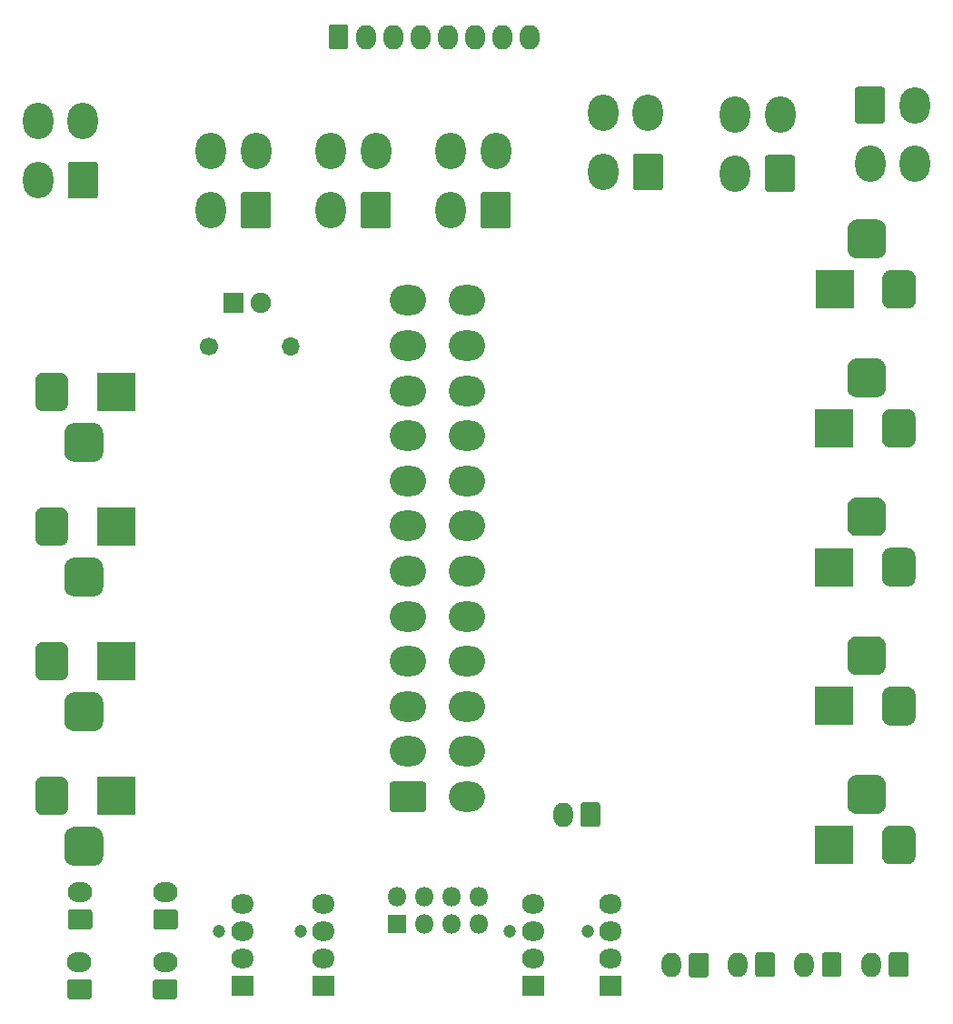
<source format=gbr>
%TF.GenerationSoftware,KiCad,Pcbnew,(5.1.5-0-10_14)*%
%TF.CreationDate,2021-10-24T14:27:30+10:00*%
%TF.ProjectId,Power Distro PCB V2,506f7765-7220-4446-9973-74726f205043,rev?*%
%TF.SameCoordinates,Original*%
%TF.FileFunction,Soldermask,Top*%
%TF.FilePolarity,Negative*%
%FSLAX46Y46*%
G04 Gerber Fmt 4.6, Leading zero omitted, Abs format (unit mm)*
G04 Created by KiCad (PCBNEW (5.1.5-0-10_14)) date 2021-10-24 14:27:30*
%MOMM*%
%LPD*%
G04 APERTURE LIST*
%ADD10O,2.800000X3.400000*%
%ADD11C,0.100000*%
%ADD12O,1.840000X2.300000*%
%ADD13O,1.700000X1.700000*%
%ADD14C,1.700000*%
%ADD15C,1.900000*%
%ADD16R,1.900000X1.900000*%
%ADD17R,3.600000X3.600000*%
%ADD18O,1.840000X2.290000*%
%ADD19O,2.290000X1.840000*%
%ADD20O,1.800000X1.800000*%
%ADD21R,1.800000X1.800000*%
%ADD22C,1.200000*%
%ADD23O,2.130000X1.830000*%
%ADD24R,2.130000X1.830000*%
%ADD25O,3.400000X2.800000*%
G04 APERTURE END LIST*
D10*
%TO.C,J35*%
X88490000Y-15441000D03*
X84290000Y-15441000D03*
X88490000Y-9941000D03*
D11*
G36*
X85456152Y-8242248D02*
G01*
X85481319Y-8245982D01*
X85505999Y-8252164D01*
X85529955Y-8260735D01*
X85552954Y-8271613D01*
X85574777Y-8284693D01*
X85595213Y-8299849D01*
X85614065Y-8316935D01*
X85631151Y-8335787D01*
X85646307Y-8356223D01*
X85659387Y-8378046D01*
X85670265Y-8401045D01*
X85678836Y-8425001D01*
X85685018Y-8449681D01*
X85688752Y-8474848D01*
X85690000Y-8500260D01*
X85690000Y-11381740D01*
X85688752Y-11407152D01*
X85685018Y-11432319D01*
X85678836Y-11456999D01*
X85670265Y-11480955D01*
X85659387Y-11503954D01*
X85646307Y-11525777D01*
X85631151Y-11546213D01*
X85614065Y-11565065D01*
X85595213Y-11582151D01*
X85574777Y-11597307D01*
X85552954Y-11610387D01*
X85529955Y-11621265D01*
X85505999Y-11629836D01*
X85481319Y-11636018D01*
X85456152Y-11639752D01*
X85430740Y-11641000D01*
X83149260Y-11641000D01*
X83123848Y-11639752D01*
X83098681Y-11636018D01*
X83074001Y-11629836D01*
X83050045Y-11621265D01*
X83027046Y-11610387D01*
X83005223Y-11597307D01*
X82984787Y-11582151D01*
X82965935Y-11565065D01*
X82948849Y-11546213D01*
X82933693Y-11525777D01*
X82920613Y-11503954D01*
X82909735Y-11480955D01*
X82901164Y-11456999D01*
X82894982Y-11432319D01*
X82891248Y-11407152D01*
X82890000Y-11381740D01*
X82890000Y-8500260D01*
X82891248Y-8474848D01*
X82894982Y-8449681D01*
X82901164Y-8425001D01*
X82909735Y-8401045D01*
X82920613Y-8378046D01*
X82933693Y-8356223D01*
X82948849Y-8335787D01*
X82965935Y-8316935D01*
X82984787Y-8299849D01*
X83005223Y-8284693D01*
X83027046Y-8271613D01*
X83050045Y-8260735D01*
X83074001Y-8252164D01*
X83098681Y-8245982D01*
X83123848Y-8242248D01*
X83149260Y-8241000D01*
X85430740Y-8241000D01*
X85456152Y-8242248D01*
G37*
%TD*%
D12*
%TO.C,J7*%
X52540000Y-3591000D03*
X50000000Y-3591000D03*
X47460000Y-3591000D03*
X44920000Y-3591000D03*
X42380000Y-3591000D03*
X39840000Y-3591000D03*
X37300000Y-3591000D03*
D11*
G36*
X35441545Y-2442273D02*
G01*
X35467208Y-2446080D01*
X35492375Y-2452384D01*
X35516802Y-2461124D01*
X35540255Y-2472216D01*
X35562507Y-2485554D01*
X35583346Y-2501009D01*
X35602569Y-2518431D01*
X35619991Y-2537654D01*
X35635446Y-2558493D01*
X35648784Y-2580745D01*
X35659876Y-2604198D01*
X35668616Y-2628625D01*
X35674920Y-2653792D01*
X35678727Y-2679455D01*
X35680000Y-2705367D01*
X35680000Y-4476633D01*
X35678727Y-4502545D01*
X35674920Y-4528208D01*
X35668616Y-4553375D01*
X35659876Y-4577802D01*
X35648784Y-4601255D01*
X35635446Y-4623507D01*
X35619991Y-4644346D01*
X35602569Y-4663569D01*
X35583346Y-4680991D01*
X35562507Y-4696446D01*
X35540255Y-4709784D01*
X35516802Y-4720876D01*
X35492375Y-4729616D01*
X35467208Y-4735920D01*
X35441545Y-4739727D01*
X35415633Y-4741000D01*
X34104367Y-4741000D01*
X34078455Y-4739727D01*
X34052792Y-4735920D01*
X34027625Y-4729616D01*
X34003198Y-4720876D01*
X33979745Y-4709784D01*
X33957493Y-4696446D01*
X33936654Y-4680991D01*
X33917431Y-4663569D01*
X33900009Y-4644346D01*
X33884554Y-4623507D01*
X33871216Y-4601255D01*
X33860124Y-4577802D01*
X33851384Y-4553375D01*
X33845080Y-4528208D01*
X33841273Y-4502545D01*
X33840000Y-4476633D01*
X33840000Y-2705367D01*
X33841273Y-2679455D01*
X33845080Y-2653792D01*
X33851384Y-2628625D01*
X33860124Y-2604198D01*
X33871216Y-2580745D01*
X33884554Y-2558493D01*
X33900009Y-2537654D01*
X33917431Y-2518431D01*
X33936654Y-2501009D01*
X33957493Y-2485554D01*
X33979745Y-2472216D01*
X34003198Y-2461124D01*
X34027625Y-2452384D01*
X34052792Y-2446080D01*
X34078455Y-2442273D01*
X34104367Y-2441000D01*
X35415633Y-2441000D01*
X35441545Y-2442273D01*
G37*
%TD*%
D10*
%TO.C,J2*%
X22860000Y-14234000D03*
X27060000Y-14234000D03*
X22860000Y-19734000D03*
D11*
G36*
X28226152Y-18035248D02*
G01*
X28251319Y-18038982D01*
X28275999Y-18045164D01*
X28299955Y-18053735D01*
X28322954Y-18064613D01*
X28344777Y-18077693D01*
X28365213Y-18092849D01*
X28384065Y-18109935D01*
X28401151Y-18128787D01*
X28416307Y-18149223D01*
X28429387Y-18171046D01*
X28440265Y-18194045D01*
X28448836Y-18218001D01*
X28455018Y-18242681D01*
X28458752Y-18267848D01*
X28460000Y-18293260D01*
X28460000Y-21174740D01*
X28458752Y-21200152D01*
X28455018Y-21225319D01*
X28448836Y-21249999D01*
X28440265Y-21273955D01*
X28429387Y-21296954D01*
X28416307Y-21318777D01*
X28401151Y-21339213D01*
X28384065Y-21358065D01*
X28365213Y-21375151D01*
X28344777Y-21390307D01*
X28322954Y-21403387D01*
X28299955Y-21414265D01*
X28275999Y-21422836D01*
X28251319Y-21429018D01*
X28226152Y-21432752D01*
X28200740Y-21434000D01*
X25919260Y-21434000D01*
X25893848Y-21432752D01*
X25868681Y-21429018D01*
X25844001Y-21422836D01*
X25820045Y-21414265D01*
X25797046Y-21403387D01*
X25775223Y-21390307D01*
X25754787Y-21375151D01*
X25735935Y-21358065D01*
X25718849Y-21339213D01*
X25703693Y-21318777D01*
X25690613Y-21296954D01*
X25679735Y-21273955D01*
X25671164Y-21249999D01*
X25664982Y-21225319D01*
X25661248Y-21200152D01*
X25660000Y-21174740D01*
X25660000Y-18293260D01*
X25661248Y-18267848D01*
X25664982Y-18242681D01*
X25671164Y-18218001D01*
X25679735Y-18194045D01*
X25690613Y-18171046D01*
X25703693Y-18149223D01*
X25718849Y-18128787D01*
X25735935Y-18109935D01*
X25754787Y-18092849D01*
X25775223Y-18077693D01*
X25797046Y-18064613D01*
X25820045Y-18053735D01*
X25844001Y-18045164D01*
X25868681Y-18038982D01*
X25893848Y-18035248D01*
X25919260Y-18034000D01*
X28200740Y-18034000D01*
X28226152Y-18035248D01*
G37*
%TD*%
%TO.C,J1*%
G36*
X12093152Y-15241248D02*
G01*
X12118319Y-15244982D01*
X12142999Y-15251164D01*
X12166955Y-15259735D01*
X12189954Y-15270613D01*
X12211777Y-15283693D01*
X12232213Y-15298849D01*
X12251065Y-15315935D01*
X12268151Y-15334787D01*
X12283307Y-15355223D01*
X12296387Y-15377046D01*
X12307265Y-15400045D01*
X12315836Y-15424001D01*
X12322018Y-15448681D01*
X12325752Y-15473848D01*
X12327000Y-15499260D01*
X12327000Y-18380740D01*
X12325752Y-18406152D01*
X12322018Y-18431319D01*
X12315836Y-18455999D01*
X12307265Y-18479955D01*
X12296387Y-18502954D01*
X12283307Y-18524777D01*
X12268151Y-18545213D01*
X12251065Y-18564065D01*
X12232213Y-18581151D01*
X12211777Y-18596307D01*
X12189954Y-18609387D01*
X12166955Y-18620265D01*
X12142999Y-18628836D01*
X12118319Y-18635018D01*
X12093152Y-18638752D01*
X12067740Y-18640000D01*
X9786260Y-18640000D01*
X9760848Y-18638752D01*
X9735681Y-18635018D01*
X9711001Y-18628836D01*
X9687045Y-18620265D01*
X9664046Y-18609387D01*
X9642223Y-18596307D01*
X9621787Y-18581151D01*
X9602935Y-18564065D01*
X9585849Y-18545213D01*
X9570693Y-18524777D01*
X9557613Y-18502954D01*
X9546735Y-18479955D01*
X9538164Y-18455999D01*
X9531982Y-18431319D01*
X9528248Y-18406152D01*
X9527000Y-18380740D01*
X9527000Y-15499260D01*
X9528248Y-15473848D01*
X9531982Y-15448681D01*
X9538164Y-15424001D01*
X9546735Y-15400045D01*
X9557613Y-15377046D01*
X9570693Y-15355223D01*
X9585849Y-15334787D01*
X9602935Y-15315935D01*
X9621787Y-15298849D01*
X9642223Y-15283693D01*
X9664046Y-15270613D01*
X9687045Y-15259735D01*
X9711001Y-15251164D01*
X9735681Y-15244982D01*
X9760848Y-15241248D01*
X9786260Y-15240000D01*
X12067740Y-15240000D01*
X12093152Y-15241248D01*
G37*
D10*
X6727000Y-16940000D03*
X10927000Y-11440000D03*
X6727000Y-11440000D03*
%TD*%
D11*
%TO.C,J6*%
G36*
X77074152Y-14592248D02*
G01*
X77099319Y-14595982D01*
X77123999Y-14602164D01*
X77147955Y-14610735D01*
X77170954Y-14621613D01*
X77192777Y-14634693D01*
X77213213Y-14649849D01*
X77232065Y-14666935D01*
X77249151Y-14685787D01*
X77264307Y-14706223D01*
X77277387Y-14728046D01*
X77288265Y-14751045D01*
X77296836Y-14775001D01*
X77303018Y-14799681D01*
X77306752Y-14824848D01*
X77308000Y-14850260D01*
X77308000Y-17731740D01*
X77306752Y-17757152D01*
X77303018Y-17782319D01*
X77296836Y-17806999D01*
X77288265Y-17830955D01*
X77277387Y-17853954D01*
X77264307Y-17875777D01*
X77249151Y-17896213D01*
X77232065Y-17915065D01*
X77213213Y-17932151D01*
X77192777Y-17947307D01*
X77170954Y-17960387D01*
X77147955Y-17971265D01*
X77123999Y-17979836D01*
X77099319Y-17986018D01*
X77074152Y-17989752D01*
X77048740Y-17991000D01*
X74767260Y-17991000D01*
X74741848Y-17989752D01*
X74716681Y-17986018D01*
X74692001Y-17979836D01*
X74668045Y-17971265D01*
X74645046Y-17960387D01*
X74623223Y-17947307D01*
X74602787Y-17932151D01*
X74583935Y-17915065D01*
X74566849Y-17896213D01*
X74551693Y-17875777D01*
X74538613Y-17853954D01*
X74527735Y-17830955D01*
X74519164Y-17806999D01*
X74512982Y-17782319D01*
X74509248Y-17757152D01*
X74508000Y-17731740D01*
X74508000Y-14850260D01*
X74509248Y-14824848D01*
X74512982Y-14799681D01*
X74519164Y-14775001D01*
X74527735Y-14751045D01*
X74538613Y-14728046D01*
X74551693Y-14706223D01*
X74566849Y-14685787D01*
X74583935Y-14666935D01*
X74602787Y-14649849D01*
X74623223Y-14634693D01*
X74645046Y-14621613D01*
X74668045Y-14610735D01*
X74692001Y-14602164D01*
X74716681Y-14595982D01*
X74741848Y-14592248D01*
X74767260Y-14591000D01*
X77048740Y-14591000D01*
X77074152Y-14592248D01*
G37*
D10*
X71708000Y-16291000D03*
X75908000Y-10791000D03*
X71708000Y-10791000D03*
%TD*%
D11*
%TO.C,J5*%
G36*
X64755152Y-14465248D02*
G01*
X64780319Y-14468982D01*
X64804999Y-14475164D01*
X64828955Y-14483735D01*
X64851954Y-14494613D01*
X64873777Y-14507693D01*
X64894213Y-14522849D01*
X64913065Y-14539935D01*
X64930151Y-14558787D01*
X64945307Y-14579223D01*
X64958387Y-14601046D01*
X64969265Y-14624045D01*
X64977836Y-14648001D01*
X64984018Y-14672681D01*
X64987752Y-14697848D01*
X64989000Y-14723260D01*
X64989000Y-17604740D01*
X64987752Y-17630152D01*
X64984018Y-17655319D01*
X64977836Y-17679999D01*
X64969265Y-17703955D01*
X64958387Y-17726954D01*
X64945307Y-17748777D01*
X64930151Y-17769213D01*
X64913065Y-17788065D01*
X64894213Y-17805151D01*
X64873777Y-17820307D01*
X64851954Y-17833387D01*
X64828955Y-17844265D01*
X64804999Y-17852836D01*
X64780319Y-17859018D01*
X64755152Y-17862752D01*
X64729740Y-17864000D01*
X62448260Y-17864000D01*
X62422848Y-17862752D01*
X62397681Y-17859018D01*
X62373001Y-17852836D01*
X62349045Y-17844265D01*
X62326046Y-17833387D01*
X62304223Y-17820307D01*
X62283787Y-17805151D01*
X62264935Y-17788065D01*
X62247849Y-17769213D01*
X62232693Y-17748777D01*
X62219613Y-17726954D01*
X62208735Y-17703955D01*
X62200164Y-17679999D01*
X62193982Y-17655319D01*
X62190248Y-17630152D01*
X62189000Y-17604740D01*
X62189000Y-14723260D01*
X62190248Y-14697848D01*
X62193982Y-14672681D01*
X62200164Y-14648001D01*
X62208735Y-14624045D01*
X62219613Y-14601046D01*
X62232693Y-14579223D01*
X62247849Y-14558787D01*
X62264935Y-14539935D01*
X62283787Y-14522849D01*
X62304223Y-14507693D01*
X62326046Y-14494613D01*
X62349045Y-14483735D01*
X62373001Y-14475164D01*
X62397681Y-14468982D01*
X62422848Y-14465248D01*
X62448260Y-14464000D01*
X64729740Y-14464000D01*
X64755152Y-14465248D01*
G37*
D10*
X59389000Y-16164000D03*
X63589000Y-10664000D03*
X59389000Y-10664000D03*
%TD*%
D11*
%TO.C,J4*%
G36*
X50586152Y-18035248D02*
G01*
X50611319Y-18038982D01*
X50635999Y-18045164D01*
X50659955Y-18053735D01*
X50682954Y-18064613D01*
X50704777Y-18077693D01*
X50725213Y-18092849D01*
X50744065Y-18109935D01*
X50761151Y-18128787D01*
X50776307Y-18149223D01*
X50789387Y-18171046D01*
X50800265Y-18194045D01*
X50808836Y-18218001D01*
X50815018Y-18242681D01*
X50818752Y-18267848D01*
X50820000Y-18293260D01*
X50820000Y-21174740D01*
X50818752Y-21200152D01*
X50815018Y-21225319D01*
X50808836Y-21249999D01*
X50800265Y-21273955D01*
X50789387Y-21296954D01*
X50776307Y-21318777D01*
X50761151Y-21339213D01*
X50744065Y-21358065D01*
X50725213Y-21375151D01*
X50704777Y-21390307D01*
X50682954Y-21403387D01*
X50659955Y-21414265D01*
X50635999Y-21422836D01*
X50611319Y-21429018D01*
X50586152Y-21432752D01*
X50560740Y-21434000D01*
X48279260Y-21434000D01*
X48253848Y-21432752D01*
X48228681Y-21429018D01*
X48204001Y-21422836D01*
X48180045Y-21414265D01*
X48157046Y-21403387D01*
X48135223Y-21390307D01*
X48114787Y-21375151D01*
X48095935Y-21358065D01*
X48078849Y-21339213D01*
X48063693Y-21318777D01*
X48050613Y-21296954D01*
X48039735Y-21273955D01*
X48031164Y-21249999D01*
X48024982Y-21225319D01*
X48021248Y-21200152D01*
X48020000Y-21174740D01*
X48020000Y-18293260D01*
X48021248Y-18267848D01*
X48024982Y-18242681D01*
X48031164Y-18218001D01*
X48039735Y-18194045D01*
X48050613Y-18171046D01*
X48063693Y-18149223D01*
X48078849Y-18128787D01*
X48095935Y-18109935D01*
X48114787Y-18092849D01*
X48135223Y-18077693D01*
X48157046Y-18064613D01*
X48180045Y-18053735D01*
X48204001Y-18045164D01*
X48228681Y-18038982D01*
X48253848Y-18035248D01*
X48279260Y-18034000D01*
X50560740Y-18034000D01*
X50586152Y-18035248D01*
G37*
D10*
X45220000Y-19734000D03*
X49420000Y-14234000D03*
X45220000Y-14234000D03*
%TD*%
D11*
%TO.C,J3*%
G36*
X39406152Y-18035248D02*
G01*
X39431319Y-18038982D01*
X39455999Y-18045164D01*
X39479955Y-18053735D01*
X39502954Y-18064613D01*
X39524777Y-18077693D01*
X39545213Y-18092849D01*
X39564065Y-18109935D01*
X39581151Y-18128787D01*
X39596307Y-18149223D01*
X39609387Y-18171046D01*
X39620265Y-18194045D01*
X39628836Y-18218001D01*
X39635018Y-18242681D01*
X39638752Y-18267848D01*
X39640000Y-18293260D01*
X39640000Y-21174740D01*
X39638752Y-21200152D01*
X39635018Y-21225319D01*
X39628836Y-21249999D01*
X39620265Y-21273955D01*
X39609387Y-21296954D01*
X39596307Y-21318777D01*
X39581151Y-21339213D01*
X39564065Y-21358065D01*
X39545213Y-21375151D01*
X39524777Y-21390307D01*
X39502954Y-21403387D01*
X39479955Y-21414265D01*
X39455999Y-21422836D01*
X39431319Y-21429018D01*
X39406152Y-21432752D01*
X39380740Y-21434000D01*
X37099260Y-21434000D01*
X37073848Y-21432752D01*
X37048681Y-21429018D01*
X37024001Y-21422836D01*
X37000045Y-21414265D01*
X36977046Y-21403387D01*
X36955223Y-21390307D01*
X36934787Y-21375151D01*
X36915935Y-21358065D01*
X36898849Y-21339213D01*
X36883693Y-21318777D01*
X36870613Y-21296954D01*
X36859735Y-21273955D01*
X36851164Y-21249999D01*
X36844982Y-21225319D01*
X36841248Y-21200152D01*
X36840000Y-21174740D01*
X36840000Y-18293260D01*
X36841248Y-18267848D01*
X36844982Y-18242681D01*
X36851164Y-18218001D01*
X36859735Y-18194045D01*
X36870613Y-18171046D01*
X36883693Y-18149223D01*
X36898849Y-18128787D01*
X36915935Y-18109935D01*
X36934787Y-18092849D01*
X36955223Y-18077693D01*
X36977046Y-18064613D01*
X37000045Y-18053735D01*
X37024001Y-18045164D01*
X37048681Y-18038982D01*
X37073848Y-18035248D01*
X37099260Y-18034000D01*
X39380740Y-18034000D01*
X39406152Y-18035248D01*
G37*
D10*
X34040000Y-19734000D03*
X38240000Y-14234000D03*
X34040000Y-14234000D03*
%TD*%
D13*
%TO.C,R1*%
X30301000Y-32394000D03*
D14*
X22681000Y-32394000D03*
%TD*%
D15*
%TO.C,D1*%
X27501000Y-28394000D03*
D16*
X24961000Y-28394000D03*
%TD*%
D11*
%TO.C,J23*%
G36*
X12011815Y-52075934D02*
G01*
X12099181Y-52088893D01*
X12184856Y-52110354D01*
X12268015Y-52140108D01*
X12347857Y-52177871D01*
X12423613Y-52223277D01*
X12494554Y-52275891D01*
X12559996Y-52335204D01*
X12619309Y-52400646D01*
X12671923Y-52471587D01*
X12717329Y-52547343D01*
X12755092Y-52627185D01*
X12784846Y-52710344D01*
X12806307Y-52796019D01*
X12819266Y-52883385D01*
X12823600Y-52971600D01*
X12823600Y-54771600D01*
X12819266Y-54859815D01*
X12806307Y-54947181D01*
X12784846Y-55032856D01*
X12755092Y-55116015D01*
X12717329Y-55195857D01*
X12671923Y-55271613D01*
X12619309Y-55342554D01*
X12559996Y-55407996D01*
X12494554Y-55467309D01*
X12423613Y-55519923D01*
X12347857Y-55565329D01*
X12268015Y-55603092D01*
X12184856Y-55632846D01*
X12099181Y-55654307D01*
X12011815Y-55667266D01*
X11923600Y-55671600D01*
X10123600Y-55671600D01*
X10035385Y-55667266D01*
X9948019Y-55654307D01*
X9862344Y-55632846D01*
X9779185Y-55603092D01*
X9699343Y-55565329D01*
X9623587Y-55519923D01*
X9552646Y-55467309D01*
X9487204Y-55407996D01*
X9427891Y-55342554D01*
X9375277Y-55271613D01*
X9329871Y-55195857D01*
X9292108Y-55116015D01*
X9262354Y-55032856D01*
X9240893Y-54947181D01*
X9227934Y-54859815D01*
X9223600Y-54771600D01*
X9223600Y-52971600D01*
X9227934Y-52883385D01*
X9240893Y-52796019D01*
X9262354Y-52710344D01*
X9292108Y-52627185D01*
X9329871Y-52547343D01*
X9375277Y-52471587D01*
X9427891Y-52400646D01*
X9487204Y-52335204D01*
X9552646Y-52275891D01*
X9623587Y-52223277D01*
X9699343Y-52177871D01*
X9779185Y-52140108D01*
X9862344Y-52110354D01*
X9948019Y-52088893D01*
X10035385Y-52075934D01*
X10123600Y-52071600D01*
X11923600Y-52071600D01*
X12011815Y-52075934D01*
G37*
G36*
X8874563Y-47375332D02*
G01*
X8949795Y-47386491D01*
X9023571Y-47404971D01*
X9095180Y-47430593D01*
X9163932Y-47463111D01*
X9229167Y-47502211D01*
X9290255Y-47547517D01*
X9346608Y-47598592D01*
X9397683Y-47654945D01*
X9442989Y-47716033D01*
X9482089Y-47781268D01*
X9514607Y-47850020D01*
X9540229Y-47921629D01*
X9558709Y-47995405D01*
X9569868Y-48070637D01*
X9573600Y-48146600D01*
X9573600Y-50196600D01*
X9569868Y-50272563D01*
X9558709Y-50347795D01*
X9540229Y-50421571D01*
X9514607Y-50493180D01*
X9482089Y-50561932D01*
X9442989Y-50627167D01*
X9397683Y-50688255D01*
X9346608Y-50744608D01*
X9290255Y-50795683D01*
X9229167Y-50840989D01*
X9163932Y-50880089D01*
X9095180Y-50912607D01*
X9023571Y-50938229D01*
X8949795Y-50956709D01*
X8874563Y-50967868D01*
X8798600Y-50971600D01*
X7248600Y-50971600D01*
X7172637Y-50967868D01*
X7097405Y-50956709D01*
X7023629Y-50938229D01*
X6952020Y-50912607D01*
X6883268Y-50880089D01*
X6818033Y-50840989D01*
X6756945Y-50795683D01*
X6700592Y-50744608D01*
X6649517Y-50688255D01*
X6604211Y-50627167D01*
X6565111Y-50561932D01*
X6532593Y-50493180D01*
X6506971Y-50421571D01*
X6488491Y-50347795D01*
X6477332Y-50272563D01*
X6473600Y-50196600D01*
X6473600Y-48146600D01*
X6477332Y-48070637D01*
X6488491Y-47995405D01*
X6506971Y-47921629D01*
X6532593Y-47850020D01*
X6565111Y-47781268D01*
X6604211Y-47716033D01*
X6649517Y-47654945D01*
X6700592Y-47598592D01*
X6756945Y-47547517D01*
X6818033Y-47502211D01*
X6883268Y-47463111D01*
X6952020Y-47430593D01*
X7023629Y-47404971D01*
X7097405Y-47386491D01*
X7172637Y-47375332D01*
X7248600Y-47371600D01*
X8798600Y-47371600D01*
X8874563Y-47375332D01*
G37*
D17*
X14023600Y-49171600D03*
%TD*%
D11*
%TO.C,J25*%
G36*
X12011815Y-77147534D02*
G01*
X12099181Y-77160493D01*
X12184856Y-77181954D01*
X12268015Y-77211708D01*
X12347857Y-77249471D01*
X12423613Y-77294877D01*
X12494554Y-77347491D01*
X12559996Y-77406804D01*
X12619309Y-77472246D01*
X12671923Y-77543187D01*
X12717329Y-77618943D01*
X12755092Y-77698785D01*
X12784846Y-77781944D01*
X12806307Y-77867619D01*
X12819266Y-77954985D01*
X12823600Y-78043200D01*
X12823600Y-79843200D01*
X12819266Y-79931415D01*
X12806307Y-80018781D01*
X12784846Y-80104456D01*
X12755092Y-80187615D01*
X12717329Y-80267457D01*
X12671923Y-80343213D01*
X12619309Y-80414154D01*
X12559996Y-80479596D01*
X12494554Y-80538909D01*
X12423613Y-80591523D01*
X12347857Y-80636929D01*
X12268015Y-80674692D01*
X12184856Y-80704446D01*
X12099181Y-80725907D01*
X12011815Y-80738866D01*
X11923600Y-80743200D01*
X10123600Y-80743200D01*
X10035385Y-80738866D01*
X9948019Y-80725907D01*
X9862344Y-80704446D01*
X9779185Y-80674692D01*
X9699343Y-80636929D01*
X9623587Y-80591523D01*
X9552646Y-80538909D01*
X9487204Y-80479596D01*
X9427891Y-80414154D01*
X9375277Y-80343213D01*
X9329871Y-80267457D01*
X9292108Y-80187615D01*
X9262354Y-80104456D01*
X9240893Y-80018781D01*
X9227934Y-79931415D01*
X9223600Y-79843200D01*
X9223600Y-78043200D01*
X9227934Y-77954985D01*
X9240893Y-77867619D01*
X9262354Y-77781944D01*
X9292108Y-77698785D01*
X9329871Y-77618943D01*
X9375277Y-77543187D01*
X9427891Y-77472246D01*
X9487204Y-77406804D01*
X9552646Y-77347491D01*
X9623587Y-77294877D01*
X9699343Y-77249471D01*
X9779185Y-77211708D01*
X9862344Y-77181954D01*
X9948019Y-77160493D01*
X10035385Y-77147534D01*
X10123600Y-77143200D01*
X11923600Y-77143200D01*
X12011815Y-77147534D01*
G37*
G36*
X8874563Y-72446932D02*
G01*
X8949795Y-72458091D01*
X9023571Y-72476571D01*
X9095180Y-72502193D01*
X9163932Y-72534711D01*
X9229167Y-72573811D01*
X9290255Y-72619117D01*
X9346608Y-72670192D01*
X9397683Y-72726545D01*
X9442989Y-72787633D01*
X9482089Y-72852868D01*
X9514607Y-72921620D01*
X9540229Y-72993229D01*
X9558709Y-73067005D01*
X9569868Y-73142237D01*
X9573600Y-73218200D01*
X9573600Y-75268200D01*
X9569868Y-75344163D01*
X9558709Y-75419395D01*
X9540229Y-75493171D01*
X9514607Y-75564780D01*
X9482089Y-75633532D01*
X9442989Y-75698767D01*
X9397683Y-75759855D01*
X9346608Y-75816208D01*
X9290255Y-75867283D01*
X9229167Y-75912589D01*
X9163932Y-75951689D01*
X9095180Y-75984207D01*
X9023571Y-76009829D01*
X8949795Y-76028309D01*
X8874563Y-76039468D01*
X8798600Y-76043200D01*
X7248600Y-76043200D01*
X7172637Y-76039468D01*
X7097405Y-76028309D01*
X7023629Y-76009829D01*
X6952020Y-75984207D01*
X6883268Y-75951689D01*
X6818033Y-75912589D01*
X6756945Y-75867283D01*
X6700592Y-75816208D01*
X6649517Y-75759855D01*
X6604211Y-75698767D01*
X6565111Y-75633532D01*
X6532593Y-75564780D01*
X6506971Y-75493171D01*
X6488491Y-75419395D01*
X6477332Y-75344163D01*
X6473600Y-75268200D01*
X6473600Y-73218200D01*
X6477332Y-73142237D01*
X6488491Y-73067005D01*
X6506971Y-72993229D01*
X6532593Y-72921620D01*
X6565111Y-72852868D01*
X6604211Y-72787633D01*
X6649517Y-72726545D01*
X6700592Y-72670192D01*
X6756945Y-72619117D01*
X6818033Y-72573811D01*
X6883268Y-72534711D01*
X6952020Y-72502193D01*
X7023629Y-72476571D01*
X7097405Y-72458091D01*
X7172637Y-72446932D01*
X7248600Y-72443200D01*
X8798600Y-72443200D01*
X8874563Y-72446932D01*
G37*
D17*
X14023600Y-74243200D03*
%TD*%
D11*
%TO.C,J24*%
G36*
X12011815Y-64611734D02*
G01*
X12099181Y-64624693D01*
X12184856Y-64646154D01*
X12268015Y-64675908D01*
X12347857Y-64713671D01*
X12423613Y-64759077D01*
X12494554Y-64811691D01*
X12559996Y-64871004D01*
X12619309Y-64936446D01*
X12671923Y-65007387D01*
X12717329Y-65083143D01*
X12755092Y-65162985D01*
X12784846Y-65246144D01*
X12806307Y-65331819D01*
X12819266Y-65419185D01*
X12823600Y-65507400D01*
X12823600Y-67307400D01*
X12819266Y-67395615D01*
X12806307Y-67482981D01*
X12784846Y-67568656D01*
X12755092Y-67651815D01*
X12717329Y-67731657D01*
X12671923Y-67807413D01*
X12619309Y-67878354D01*
X12559996Y-67943796D01*
X12494554Y-68003109D01*
X12423613Y-68055723D01*
X12347857Y-68101129D01*
X12268015Y-68138892D01*
X12184856Y-68168646D01*
X12099181Y-68190107D01*
X12011815Y-68203066D01*
X11923600Y-68207400D01*
X10123600Y-68207400D01*
X10035385Y-68203066D01*
X9948019Y-68190107D01*
X9862344Y-68168646D01*
X9779185Y-68138892D01*
X9699343Y-68101129D01*
X9623587Y-68055723D01*
X9552646Y-68003109D01*
X9487204Y-67943796D01*
X9427891Y-67878354D01*
X9375277Y-67807413D01*
X9329871Y-67731657D01*
X9292108Y-67651815D01*
X9262354Y-67568656D01*
X9240893Y-67482981D01*
X9227934Y-67395615D01*
X9223600Y-67307400D01*
X9223600Y-65507400D01*
X9227934Y-65419185D01*
X9240893Y-65331819D01*
X9262354Y-65246144D01*
X9292108Y-65162985D01*
X9329871Y-65083143D01*
X9375277Y-65007387D01*
X9427891Y-64936446D01*
X9487204Y-64871004D01*
X9552646Y-64811691D01*
X9623587Y-64759077D01*
X9699343Y-64713671D01*
X9779185Y-64675908D01*
X9862344Y-64646154D01*
X9948019Y-64624693D01*
X10035385Y-64611734D01*
X10123600Y-64607400D01*
X11923600Y-64607400D01*
X12011815Y-64611734D01*
G37*
G36*
X8874563Y-59911132D02*
G01*
X8949795Y-59922291D01*
X9023571Y-59940771D01*
X9095180Y-59966393D01*
X9163932Y-59998911D01*
X9229167Y-60038011D01*
X9290255Y-60083317D01*
X9346608Y-60134392D01*
X9397683Y-60190745D01*
X9442989Y-60251833D01*
X9482089Y-60317068D01*
X9514607Y-60385820D01*
X9540229Y-60457429D01*
X9558709Y-60531205D01*
X9569868Y-60606437D01*
X9573600Y-60682400D01*
X9573600Y-62732400D01*
X9569868Y-62808363D01*
X9558709Y-62883595D01*
X9540229Y-62957371D01*
X9514607Y-63028980D01*
X9482089Y-63097732D01*
X9442989Y-63162967D01*
X9397683Y-63224055D01*
X9346608Y-63280408D01*
X9290255Y-63331483D01*
X9229167Y-63376789D01*
X9163932Y-63415889D01*
X9095180Y-63448407D01*
X9023571Y-63474029D01*
X8949795Y-63492509D01*
X8874563Y-63503668D01*
X8798600Y-63507400D01*
X7248600Y-63507400D01*
X7172637Y-63503668D01*
X7097405Y-63492509D01*
X7023629Y-63474029D01*
X6952020Y-63448407D01*
X6883268Y-63415889D01*
X6818033Y-63376789D01*
X6756945Y-63331483D01*
X6700592Y-63280408D01*
X6649517Y-63224055D01*
X6604211Y-63162967D01*
X6565111Y-63097732D01*
X6532593Y-63028980D01*
X6506971Y-62957371D01*
X6488491Y-62883595D01*
X6477332Y-62808363D01*
X6473600Y-62732400D01*
X6473600Y-60682400D01*
X6477332Y-60606437D01*
X6488491Y-60531205D01*
X6506971Y-60457429D01*
X6532593Y-60385820D01*
X6565111Y-60317068D01*
X6604211Y-60251833D01*
X6649517Y-60190745D01*
X6700592Y-60134392D01*
X6756945Y-60083317D01*
X6818033Y-60038011D01*
X6883268Y-59998911D01*
X6952020Y-59966393D01*
X7023629Y-59940771D01*
X7097405Y-59922291D01*
X7172637Y-59911132D01*
X7248600Y-59907400D01*
X8798600Y-59907400D01*
X8874563Y-59911132D01*
G37*
D17*
X14023600Y-61707400D03*
%TD*%
D11*
%TO.C,J22*%
G36*
X12011815Y-39540134D02*
G01*
X12099181Y-39553093D01*
X12184856Y-39574554D01*
X12268015Y-39604308D01*
X12347857Y-39642071D01*
X12423613Y-39687477D01*
X12494554Y-39740091D01*
X12559996Y-39799404D01*
X12619309Y-39864846D01*
X12671923Y-39935787D01*
X12717329Y-40011543D01*
X12755092Y-40091385D01*
X12784846Y-40174544D01*
X12806307Y-40260219D01*
X12819266Y-40347585D01*
X12823600Y-40435800D01*
X12823600Y-42235800D01*
X12819266Y-42324015D01*
X12806307Y-42411381D01*
X12784846Y-42497056D01*
X12755092Y-42580215D01*
X12717329Y-42660057D01*
X12671923Y-42735813D01*
X12619309Y-42806754D01*
X12559996Y-42872196D01*
X12494554Y-42931509D01*
X12423613Y-42984123D01*
X12347857Y-43029529D01*
X12268015Y-43067292D01*
X12184856Y-43097046D01*
X12099181Y-43118507D01*
X12011815Y-43131466D01*
X11923600Y-43135800D01*
X10123600Y-43135800D01*
X10035385Y-43131466D01*
X9948019Y-43118507D01*
X9862344Y-43097046D01*
X9779185Y-43067292D01*
X9699343Y-43029529D01*
X9623587Y-42984123D01*
X9552646Y-42931509D01*
X9487204Y-42872196D01*
X9427891Y-42806754D01*
X9375277Y-42735813D01*
X9329871Y-42660057D01*
X9292108Y-42580215D01*
X9262354Y-42497056D01*
X9240893Y-42411381D01*
X9227934Y-42324015D01*
X9223600Y-42235800D01*
X9223600Y-40435800D01*
X9227934Y-40347585D01*
X9240893Y-40260219D01*
X9262354Y-40174544D01*
X9292108Y-40091385D01*
X9329871Y-40011543D01*
X9375277Y-39935787D01*
X9427891Y-39864846D01*
X9487204Y-39799404D01*
X9552646Y-39740091D01*
X9623587Y-39687477D01*
X9699343Y-39642071D01*
X9779185Y-39604308D01*
X9862344Y-39574554D01*
X9948019Y-39553093D01*
X10035385Y-39540134D01*
X10123600Y-39535800D01*
X11923600Y-39535800D01*
X12011815Y-39540134D01*
G37*
G36*
X8874563Y-34839532D02*
G01*
X8949795Y-34850691D01*
X9023571Y-34869171D01*
X9095180Y-34894793D01*
X9163932Y-34927311D01*
X9229167Y-34966411D01*
X9290255Y-35011717D01*
X9346608Y-35062792D01*
X9397683Y-35119145D01*
X9442989Y-35180233D01*
X9482089Y-35245468D01*
X9514607Y-35314220D01*
X9540229Y-35385829D01*
X9558709Y-35459605D01*
X9569868Y-35534837D01*
X9573600Y-35610800D01*
X9573600Y-37660800D01*
X9569868Y-37736763D01*
X9558709Y-37811995D01*
X9540229Y-37885771D01*
X9514607Y-37957380D01*
X9482089Y-38026132D01*
X9442989Y-38091367D01*
X9397683Y-38152455D01*
X9346608Y-38208808D01*
X9290255Y-38259883D01*
X9229167Y-38305189D01*
X9163932Y-38344289D01*
X9095180Y-38376807D01*
X9023571Y-38402429D01*
X8949795Y-38420909D01*
X8874563Y-38432068D01*
X8798600Y-38435800D01*
X7248600Y-38435800D01*
X7172637Y-38432068D01*
X7097405Y-38420909D01*
X7023629Y-38402429D01*
X6952020Y-38376807D01*
X6883268Y-38344289D01*
X6818033Y-38305189D01*
X6756945Y-38259883D01*
X6700592Y-38208808D01*
X6649517Y-38152455D01*
X6604211Y-38091367D01*
X6565111Y-38026132D01*
X6532593Y-37957380D01*
X6506971Y-37885771D01*
X6488491Y-37811995D01*
X6477332Y-37736763D01*
X6473600Y-37660800D01*
X6473600Y-35610800D01*
X6477332Y-35534837D01*
X6488491Y-35459605D01*
X6506971Y-35385829D01*
X6532593Y-35314220D01*
X6565111Y-35245468D01*
X6604211Y-35180233D01*
X6649517Y-35119145D01*
X6700592Y-35062792D01*
X6756945Y-35011717D01*
X6818033Y-34966411D01*
X6883268Y-34927311D01*
X6952020Y-34894793D01*
X7023629Y-34869171D01*
X7097405Y-34850691D01*
X7172637Y-34839532D01*
X7248600Y-34835800D01*
X8798600Y-34835800D01*
X8874563Y-34839532D01*
G37*
D17*
X14023600Y-36635800D03*
%TD*%
D11*
%TO.C,J20*%
G36*
X84963415Y-72319534D02*
G01*
X85050781Y-72332493D01*
X85136456Y-72353954D01*
X85219615Y-72383708D01*
X85299457Y-72421471D01*
X85375213Y-72466877D01*
X85446154Y-72519491D01*
X85511596Y-72578804D01*
X85570909Y-72644246D01*
X85623523Y-72715187D01*
X85668929Y-72790943D01*
X85706692Y-72870785D01*
X85736446Y-72953944D01*
X85757907Y-73039619D01*
X85770866Y-73126985D01*
X85775200Y-73215200D01*
X85775200Y-75015200D01*
X85770866Y-75103415D01*
X85757907Y-75190781D01*
X85736446Y-75276456D01*
X85706692Y-75359615D01*
X85668929Y-75439457D01*
X85623523Y-75515213D01*
X85570909Y-75586154D01*
X85511596Y-75651596D01*
X85446154Y-75710909D01*
X85375213Y-75763523D01*
X85299457Y-75808929D01*
X85219615Y-75846692D01*
X85136456Y-75876446D01*
X85050781Y-75897907D01*
X84963415Y-75910866D01*
X84875200Y-75915200D01*
X83075200Y-75915200D01*
X82986985Y-75910866D01*
X82899619Y-75897907D01*
X82813944Y-75876446D01*
X82730785Y-75846692D01*
X82650943Y-75808929D01*
X82575187Y-75763523D01*
X82504246Y-75710909D01*
X82438804Y-75651596D01*
X82379491Y-75586154D01*
X82326877Y-75515213D01*
X82281471Y-75439457D01*
X82243708Y-75359615D01*
X82213954Y-75276456D01*
X82192493Y-75190781D01*
X82179534Y-75103415D01*
X82175200Y-75015200D01*
X82175200Y-73215200D01*
X82179534Y-73126985D01*
X82192493Y-73039619D01*
X82213954Y-72953944D01*
X82243708Y-72870785D01*
X82281471Y-72790943D01*
X82326877Y-72715187D01*
X82379491Y-72644246D01*
X82438804Y-72578804D01*
X82504246Y-72519491D01*
X82575187Y-72466877D01*
X82650943Y-72421471D01*
X82730785Y-72383708D01*
X82813944Y-72353954D01*
X82899619Y-72332493D01*
X82986985Y-72319534D01*
X83075200Y-72315200D01*
X84875200Y-72315200D01*
X84963415Y-72319534D01*
G37*
G36*
X87826163Y-77018932D02*
G01*
X87901395Y-77030091D01*
X87975171Y-77048571D01*
X88046780Y-77074193D01*
X88115532Y-77106711D01*
X88180767Y-77145811D01*
X88241855Y-77191117D01*
X88298208Y-77242192D01*
X88349283Y-77298545D01*
X88394589Y-77359633D01*
X88433689Y-77424868D01*
X88466207Y-77493620D01*
X88491829Y-77565229D01*
X88510309Y-77639005D01*
X88521468Y-77714237D01*
X88525200Y-77790200D01*
X88525200Y-79840200D01*
X88521468Y-79916163D01*
X88510309Y-79991395D01*
X88491829Y-80065171D01*
X88466207Y-80136780D01*
X88433689Y-80205532D01*
X88394589Y-80270767D01*
X88349283Y-80331855D01*
X88298208Y-80388208D01*
X88241855Y-80439283D01*
X88180767Y-80484589D01*
X88115532Y-80523689D01*
X88046780Y-80556207D01*
X87975171Y-80581829D01*
X87901395Y-80600309D01*
X87826163Y-80611468D01*
X87750200Y-80615200D01*
X86200200Y-80615200D01*
X86124237Y-80611468D01*
X86049005Y-80600309D01*
X85975229Y-80581829D01*
X85903620Y-80556207D01*
X85834868Y-80523689D01*
X85769633Y-80484589D01*
X85708545Y-80439283D01*
X85652192Y-80388208D01*
X85601117Y-80331855D01*
X85555811Y-80270767D01*
X85516711Y-80205532D01*
X85484193Y-80136780D01*
X85458571Y-80065171D01*
X85440091Y-79991395D01*
X85428932Y-79916163D01*
X85425200Y-79840200D01*
X85425200Y-77790200D01*
X85428932Y-77714237D01*
X85440091Y-77639005D01*
X85458571Y-77565229D01*
X85484193Y-77493620D01*
X85516711Y-77424868D01*
X85555811Y-77359633D01*
X85601117Y-77298545D01*
X85652192Y-77242192D01*
X85708545Y-77191117D01*
X85769633Y-77145811D01*
X85834868Y-77106711D01*
X85903620Y-77074193D01*
X85975229Y-77048571D01*
X86049005Y-77030091D01*
X86124237Y-77018932D01*
X86200200Y-77015200D01*
X87750200Y-77015200D01*
X87826163Y-77018932D01*
G37*
D17*
X80975200Y-78815200D03*
%TD*%
D11*
%TO.C,J19*%
G36*
X84963415Y-59390734D02*
G01*
X85050781Y-59403693D01*
X85136456Y-59425154D01*
X85219615Y-59454908D01*
X85299457Y-59492671D01*
X85375213Y-59538077D01*
X85446154Y-59590691D01*
X85511596Y-59650004D01*
X85570909Y-59715446D01*
X85623523Y-59786387D01*
X85668929Y-59862143D01*
X85706692Y-59941985D01*
X85736446Y-60025144D01*
X85757907Y-60110819D01*
X85770866Y-60198185D01*
X85775200Y-60286400D01*
X85775200Y-62086400D01*
X85770866Y-62174615D01*
X85757907Y-62261981D01*
X85736446Y-62347656D01*
X85706692Y-62430815D01*
X85668929Y-62510657D01*
X85623523Y-62586413D01*
X85570909Y-62657354D01*
X85511596Y-62722796D01*
X85446154Y-62782109D01*
X85375213Y-62834723D01*
X85299457Y-62880129D01*
X85219615Y-62917892D01*
X85136456Y-62947646D01*
X85050781Y-62969107D01*
X84963415Y-62982066D01*
X84875200Y-62986400D01*
X83075200Y-62986400D01*
X82986985Y-62982066D01*
X82899619Y-62969107D01*
X82813944Y-62947646D01*
X82730785Y-62917892D01*
X82650943Y-62880129D01*
X82575187Y-62834723D01*
X82504246Y-62782109D01*
X82438804Y-62722796D01*
X82379491Y-62657354D01*
X82326877Y-62586413D01*
X82281471Y-62510657D01*
X82243708Y-62430815D01*
X82213954Y-62347656D01*
X82192493Y-62261981D01*
X82179534Y-62174615D01*
X82175200Y-62086400D01*
X82175200Y-60286400D01*
X82179534Y-60198185D01*
X82192493Y-60110819D01*
X82213954Y-60025144D01*
X82243708Y-59941985D01*
X82281471Y-59862143D01*
X82326877Y-59786387D01*
X82379491Y-59715446D01*
X82438804Y-59650004D01*
X82504246Y-59590691D01*
X82575187Y-59538077D01*
X82650943Y-59492671D01*
X82730785Y-59454908D01*
X82813944Y-59425154D01*
X82899619Y-59403693D01*
X82986985Y-59390734D01*
X83075200Y-59386400D01*
X84875200Y-59386400D01*
X84963415Y-59390734D01*
G37*
G36*
X87826163Y-64090132D02*
G01*
X87901395Y-64101291D01*
X87975171Y-64119771D01*
X88046780Y-64145393D01*
X88115532Y-64177911D01*
X88180767Y-64217011D01*
X88241855Y-64262317D01*
X88298208Y-64313392D01*
X88349283Y-64369745D01*
X88394589Y-64430833D01*
X88433689Y-64496068D01*
X88466207Y-64564820D01*
X88491829Y-64636429D01*
X88510309Y-64710205D01*
X88521468Y-64785437D01*
X88525200Y-64861400D01*
X88525200Y-66911400D01*
X88521468Y-66987363D01*
X88510309Y-67062595D01*
X88491829Y-67136371D01*
X88466207Y-67207980D01*
X88433689Y-67276732D01*
X88394589Y-67341967D01*
X88349283Y-67403055D01*
X88298208Y-67459408D01*
X88241855Y-67510483D01*
X88180767Y-67555789D01*
X88115532Y-67594889D01*
X88046780Y-67627407D01*
X87975171Y-67653029D01*
X87901395Y-67671509D01*
X87826163Y-67682668D01*
X87750200Y-67686400D01*
X86200200Y-67686400D01*
X86124237Y-67682668D01*
X86049005Y-67671509D01*
X85975229Y-67653029D01*
X85903620Y-67627407D01*
X85834868Y-67594889D01*
X85769633Y-67555789D01*
X85708545Y-67510483D01*
X85652192Y-67459408D01*
X85601117Y-67403055D01*
X85555811Y-67341967D01*
X85516711Y-67276732D01*
X85484193Y-67207980D01*
X85458571Y-67136371D01*
X85440091Y-67062595D01*
X85428932Y-66987363D01*
X85425200Y-66911400D01*
X85425200Y-64861400D01*
X85428932Y-64785437D01*
X85440091Y-64710205D01*
X85458571Y-64636429D01*
X85484193Y-64564820D01*
X85516711Y-64496068D01*
X85555811Y-64430833D01*
X85601117Y-64369745D01*
X85652192Y-64313392D01*
X85708545Y-64262317D01*
X85769633Y-64217011D01*
X85834868Y-64177911D01*
X85903620Y-64145393D01*
X85975229Y-64119771D01*
X86049005Y-64101291D01*
X86124237Y-64090132D01*
X86200200Y-64086400D01*
X87750200Y-64086400D01*
X87826163Y-64090132D01*
G37*
D17*
X80975200Y-65886400D03*
%TD*%
D11*
%TO.C,J18*%
G36*
X84963415Y-46461934D02*
G01*
X85050781Y-46474893D01*
X85136456Y-46496354D01*
X85219615Y-46526108D01*
X85299457Y-46563871D01*
X85375213Y-46609277D01*
X85446154Y-46661891D01*
X85511596Y-46721204D01*
X85570909Y-46786646D01*
X85623523Y-46857587D01*
X85668929Y-46933343D01*
X85706692Y-47013185D01*
X85736446Y-47096344D01*
X85757907Y-47182019D01*
X85770866Y-47269385D01*
X85775200Y-47357600D01*
X85775200Y-49157600D01*
X85770866Y-49245815D01*
X85757907Y-49333181D01*
X85736446Y-49418856D01*
X85706692Y-49502015D01*
X85668929Y-49581857D01*
X85623523Y-49657613D01*
X85570909Y-49728554D01*
X85511596Y-49793996D01*
X85446154Y-49853309D01*
X85375213Y-49905923D01*
X85299457Y-49951329D01*
X85219615Y-49989092D01*
X85136456Y-50018846D01*
X85050781Y-50040307D01*
X84963415Y-50053266D01*
X84875200Y-50057600D01*
X83075200Y-50057600D01*
X82986985Y-50053266D01*
X82899619Y-50040307D01*
X82813944Y-50018846D01*
X82730785Y-49989092D01*
X82650943Y-49951329D01*
X82575187Y-49905923D01*
X82504246Y-49853309D01*
X82438804Y-49793996D01*
X82379491Y-49728554D01*
X82326877Y-49657613D01*
X82281471Y-49581857D01*
X82243708Y-49502015D01*
X82213954Y-49418856D01*
X82192493Y-49333181D01*
X82179534Y-49245815D01*
X82175200Y-49157600D01*
X82175200Y-47357600D01*
X82179534Y-47269385D01*
X82192493Y-47182019D01*
X82213954Y-47096344D01*
X82243708Y-47013185D01*
X82281471Y-46933343D01*
X82326877Y-46857587D01*
X82379491Y-46786646D01*
X82438804Y-46721204D01*
X82504246Y-46661891D01*
X82575187Y-46609277D01*
X82650943Y-46563871D01*
X82730785Y-46526108D01*
X82813944Y-46496354D01*
X82899619Y-46474893D01*
X82986985Y-46461934D01*
X83075200Y-46457600D01*
X84875200Y-46457600D01*
X84963415Y-46461934D01*
G37*
G36*
X87826163Y-51161332D02*
G01*
X87901395Y-51172491D01*
X87975171Y-51190971D01*
X88046780Y-51216593D01*
X88115532Y-51249111D01*
X88180767Y-51288211D01*
X88241855Y-51333517D01*
X88298208Y-51384592D01*
X88349283Y-51440945D01*
X88394589Y-51502033D01*
X88433689Y-51567268D01*
X88466207Y-51636020D01*
X88491829Y-51707629D01*
X88510309Y-51781405D01*
X88521468Y-51856637D01*
X88525200Y-51932600D01*
X88525200Y-53982600D01*
X88521468Y-54058563D01*
X88510309Y-54133795D01*
X88491829Y-54207571D01*
X88466207Y-54279180D01*
X88433689Y-54347932D01*
X88394589Y-54413167D01*
X88349283Y-54474255D01*
X88298208Y-54530608D01*
X88241855Y-54581683D01*
X88180767Y-54626989D01*
X88115532Y-54666089D01*
X88046780Y-54698607D01*
X87975171Y-54724229D01*
X87901395Y-54742709D01*
X87826163Y-54753868D01*
X87750200Y-54757600D01*
X86200200Y-54757600D01*
X86124237Y-54753868D01*
X86049005Y-54742709D01*
X85975229Y-54724229D01*
X85903620Y-54698607D01*
X85834868Y-54666089D01*
X85769633Y-54626989D01*
X85708545Y-54581683D01*
X85652192Y-54530608D01*
X85601117Y-54474255D01*
X85555811Y-54413167D01*
X85516711Y-54347932D01*
X85484193Y-54279180D01*
X85458571Y-54207571D01*
X85440091Y-54133795D01*
X85428932Y-54058563D01*
X85425200Y-53982600D01*
X85425200Y-51932600D01*
X85428932Y-51856637D01*
X85440091Y-51781405D01*
X85458571Y-51707629D01*
X85484193Y-51636020D01*
X85516711Y-51567268D01*
X85555811Y-51502033D01*
X85601117Y-51440945D01*
X85652192Y-51384592D01*
X85708545Y-51333517D01*
X85769633Y-51288211D01*
X85834868Y-51249111D01*
X85903620Y-51216593D01*
X85975229Y-51190971D01*
X86049005Y-51172491D01*
X86124237Y-51161332D01*
X86200200Y-51157600D01*
X87750200Y-51157600D01*
X87826163Y-51161332D01*
G37*
D17*
X80975200Y-52957600D03*
%TD*%
D11*
%TO.C,J17*%
G36*
X84963415Y-33533134D02*
G01*
X85050781Y-33546093D01*
X85136456Y-33567554D01*
X85219615Y-33597308D01*
X85299457Y-33635071D01*
X85375213Y-33680477D01*
X85446154Y-33733091D01*
X85511596Y-33792404D01*
X85570909Y-33857846D01*
X85623523Y-33928787D01*
X85668929Y-34004543D01*
X85706692Y-34084385D01*
X85736446Y-34167544D01*
X85757907Y-34253219D01*
X85770866Y-34340585D01*
X85775200Y-34428800D01*
X85775200Y-36228800D01*
X85770866Y-36317015D01*
X85757907Y-36404381D01*
X85736446Y-36490056D01*
X85706692Y-36573215D01*
X85668929Y-36653057D01*
X85623523Y-36728813D01*
X85570909Y-36799754D01*
X85511596Y-36865196D01*
X85446154Y-36924509D01*
X85375213Y-36977123D01*
X85299457Y-37022529D01*
X85219615Y-37060292D01*
X85136456Y-37090046D01*
X85050781Y-37111507D01*
X84963415Y-37124466D01*
X84875200Y-37128800D01*
X83075200Y-37128800D01*
X82986985Y-37124466D01*
X82899619Y-37111507D01*
X82813944Y-37090046D01*
X82730785Y-37060292D01*
X82650943Y-37022529D01*
X82575187Y-36977123D01*
X82504246Y-36924509D01*
X82438804Y-36865196D01*
X82379491Y-36799754D01*
X82326877Y-36728813D01*
X82281471Y-36653057D01*
X82243708Y-36573215D01*
X82213954Y-36490056D01*
X82192493Y-36404381D01*
X82179534Y-36317015D01*
X82175200Y-36228800D01*
X82175200Y-34428800D01*
X82179534Y-34340585D01*
X82192493Y-34253219D01*
X82213954Y-34167544D01*
X82243708Y-34084385D01*
X82281471Y-34004543D01*
X82326877Y-33928787D01*
X82379491Y-33857846D01*
X82438804Y-33792404D01*
X82504246Y-33733091D01*
X82575187Y-33680477D01*
X82650943Y-33635071D01*
X82730785Y-33597308D01*
X82813944Y-33567554D01*
X82899619Y-33546093D01*
X82986985Y-33533134D01*
X83075200Y-33528800D01*
X84875200Y-33528800D01*
X84963415Y-33533134D01*
G37*
G36*
X87826163Y-38232532D02*
G01*
X87901395Y-38243691D01*
X87975171Y-38262171D01*
X88046780Y-38287793D01*
X88115532Y-38320311D01*
X88180767Y-38359411D01*
X88241855Y-38404717D01*
X88298208Y-38455792D01*
X88349283Y-38512145D01*
X88394589Y-38573233D01*
X88433689Y-38638468D01*
X88466207Y-38707220D01*
X88491829Y-38778829D01*
X88510309Y-38852605D01*
X88521468Y-38927837D01*
X88525200Y-39003800D01*
X88525200Y-41053800D01*
X88521468Y-41129763D01*
X88510309Y-41204995D01*
X88491829Y-41278771D01*
X88466207Y-41350380D01*
X88433689Y-41419132D01*
X88394589Y-41484367D01*
X88349283Y-41545455D01*
X88298208Y-41601808D01*
X88241855Y-41652883D01*
X88180767Y-41698189D01*
X88115532Y-41737289D01*
X88046780Y-41769807D01*
X87975171Y-41795429D01*
X87901395Y-41813909D01*
X87826163Y-41825068D01*
X87750200Y-41828800D01*
X86200200Y-41828800D01*
X86124237Y-41825068D01*
X86049005Y-41813909D01*
X85975229Y-41795429D01*
X85903620Y-41769807D01*
X85834868Y-41737289D01*
X85769633Y-41698189D01*
X85708545Y-41652883D01*
X85652192Y-41601808D01*
X85601117Y-41545455D01*
X85555811Y-41484367D01*
X85516711Y-41419132D01*
X85484193Y-41350380D01*
X85458571Y-41278771D01*
X85440091Y-41204995D01*
X85428932Y-41129763D01*
X85425200Y-41053800D01*
X85425200Y-39003800D01*
X85428932Y-38927837D01*
X85440091Y-38852605D01*
X85458571Y-38778829D01*
X85484193Y-38707220D01*
X85516711Y-38638468D01*
X85555811Y-38573233D01*
X85601117Y-38512145D01*
X85652192Y-38455792D01*
X85708545Y-38404717D01*
X85769633Y-38359411D01*
X85834868Y-38320311D01*
X85903620Y-38287793D01*
X85975229Y-38262171D01*
X86049005Y-38243691D01*
X86124237Y-38232532D01*
X86200200Y-38228800D01*
X87750200Y-38228800D01*
X87826163Y-38232532D01*
G37*
D17*
X80975200Y-40028800D03*
%TD*%
D11*
%TO.C,J16*%
G36*
X84988215Y-20604334D02*
G01*
X85075581Y-20617293D01*
X85161256Y-20638754D01*
X85244415Y-20668508D01*
X85324257Y-20706271D01*
X85400013Y-20751677D01*
X85470954Y-20804291D01*
X85536396Y-20863604D01*
X85595709Y-20929046D01*
X85648323Y-20999987D01*
X85693729Y-21075743D01*
X85731492Y-21155585D01*
X85761246Y-21238744D01*
X85782707Y-21324419D01*
X85795666Y-21411785D01*
X85800000Y-21500000D01*
X85800000Y-23300000D01*
X85795666Y-23388215D01*
X85782707Y-23475581D01*
X85761246Y-23561256D01*
X85731492Y-23644415D01*
X85693729Y-23724257D01*
X85648323Y-23800013D01*
X85595709Y-23870954D01*
X85536396Y-23936396D01*
X85470954Y-23995709D01*
X85400013Y-24048323D01*
X85324257Y-24093729D01*
X85244415Y-24131492D01*
X85161256Y-24161246D01*
X85075581Y-24182707D01*
X84988215Y-24195666D01*
X84900000Y-24200000D01*
X83100000Y-24200000D01*
X83011785Y-24195666D01*
X82924419Y-24182707D01*
X82838744Y-24161246D01*
X82755585Y-24131492D01*
X82675743Y-24093729D01*
X82599987Y-24048323D01*
X82529046Y-23995709D01*
X82463604Y-23936396D01*
X82404291Y-23870954D01*
X82351677Y-23800013D01*
X82306271Y-23724257D01*
X82268508Y-23644415D01*
X82238754Y-23561256D01*
X82217293Y-23475581D01*
X82204334Y-23388215D01*
X82200000Y-23300000D01*
X82200000Y-21500000D01*
X82204334Y-21411785D01*
X82217293Y-21324419D01*
X82238754Y-21238744D01*
X82268508Y-21155585D01*
X82306271Y-21075743D01*
X82351677Y-20999987D01*
X82404291Y-20929046D01*
X82463604Y-20863604D01*
X82529046Y-20804291D01*
X82599987Y-20751677D01*
X82675743Y-20706271D01*
X82755585Y-20668508D01*
X82838744Y-20638754D01*
X82924419Y-20617293D01*
X83011785Y-20604334D01*
X83100000Y-20600000D01*
X84900000Y-20600000D01*
X84988215Y-20604334D01*
G37*
G36*
X87850963Y-25303732D02*
G01*
X87926195Y-25314891D01*
X87999971Y-25333371D01*
X88071580Y-25358993D01*
X88140332Y-25391511D01*
X88205567Y-25430611D01*
X88266655Y-25475917D01*
X88323008Y-25526992D01*
X88374083Y-25583345D01*
X88419389Y-25644433D01*
X88458489Y-25709668D01*
X88491007Y-25778420D01*
X88516629Y-25850029D01*
X88535109Y-25923805D01*
X88546268Y-25999037D01*
X88550000Y-26075000D01*
X88550000Y-28125000D01*
X88546268Y-28200963D01*
X88535109Y-28276195D01*
X88516629Y-28349971D01*
X88491007Y-28421580D01*
X88458489Y-28490332D01*
X88419389Y-28555567D01*
X88374083Y-28616655D01*
X88323008Y-28673008D01*
X88266655Y-28724083D01*
X88205567Y-28769389D01*
X88140332Y-28808489D01*
X88071580Y-28841007D01*
X87999971Y-28866629D01*
X87926195Y-28885109D01*
X87850963Y-28896268D01*
X87775000Y-28900000D01*
X86225000Y-28900000D01*
X86149037Y-28896268D01*
X86073805Y-28885109D01*
X86000029Y-28866629D01*
X85928420Y-28841007D01*
X85859668Y-28808489D01*
X85794433Y-28769389D01*
X85733345Y-28724083D01*
X85676992Y-28673008D01*
X85625917Y-28616655D01*
X85580611Y-28555567D01*
X85541511Y-28490332D01*
X85508993Y-28421580D01*
X85483371Y-28349971D01*
X85464891Y-28276195D01*
X85453732Y-28200963D01*
X85450000Y-28125000D01*
X85450000Y-26075000D01*
X85453732Y-25999037D01*
X85464891Y-25923805D01*
X85483371Y-25850029D01*
X85508993Y-25778420D01*
X85541511Y-25709668D01*
X85580611Y-25644433D01*
X85625917Y-25583345D01*
X85676992Y-25526992D01*
X85733345Y-25475917D01*
X85794433Y-25430611D01*
X85859668Y-25391511D01*
X85928420Y-25358993D01*
X86000029Y-25333371D01*
X86073805Y-25314891D01*
X86149037Y-25303732D01*
X86225000Y-25300000D01*
X87775000Y-25300000D01*
X87850963Y-25303732D01*
G37*
D17*
X81000000Y-27100000D03*
%TD*%
D18*
%TO.C,J32*%
X55676800Y-75996800D03*
D11*
G36*
X58898345Y-74853073D02*
G01*
X58924008Y-74856880D01*
X58949175Y-74863184D01*
X58973602Y-74871924D01*
X58997055Y-74883016D01*
X59019307Y-74896354D01*
X59040146Y-74911809D01*
X59059369Y-74929231D01*
X59076791Y-74948454D01*
X59092246Y-74969293D01*
X59105584Y-74991545D01*
X59116676Y-75014998D01*
X59125416Y-75039425D01*
X59131720Y-75064592D01*
X59135527Y-75090255D01*
X59136800Y-75116167D01*
X59136800Y-76877433D01*
X59135527Y-76903345D01*
X59131720Y-76929008D01*
X59125416Y-76954175D01*
X59116676Y-76978602D01*
X59105584Y-77002055D01*
X59092246Y-77024307D01*
X59076791Y-77045146D01*
X59059369Y-77064369D01*
X59040146Y-77081791D01*
X59019307Y-77097246D01*
X58997055Y-77110584D01*
X58973602Y-77121676D01*
X58949175Y-77130416D01*
X58924008Y-77136720D01*
X58898345Y-77140527D01*
X58872433Y-77141800D01*
X57561167Y-77141800D01*
X57535255Y-77140527D01*
X57509592Y-77136720D01*
X57484425Y-77130416D01*
X57459998Y-77121676D01*
X57436545Y-77110584D01*
X57414293Y-77097246D01*
X57393454Y-77081791D01*
X57374231Y-77064369D01*
X57356809Y-77045146D01*
X57341354Y-77024307D01*
X57328016Y-77002055D01*
X57316924Y-76978602D01*
X57308184Y-76954175D01*
X57301880Y-76929008D01*
X57298073Y-76903345D01*
X57296800Y-76877433D01*
X57296800Y-75116167D01*
X57298073Y-75090255D01*
X57301880Y-75064592D01*
X57308184Y-75039425D01*
X57316924Y-75014998D01*
X57328016Y-74991545D01*
X57341354Y-74969293D01*
X57356809Y-74948454D01*
X57374231Y-74929231D01*
X57393454Y-74911809D01*
X57414293Y-74896354D01*
X57436545Y-74883016D01*
X57459998Y-74871924D01*
X57484425Y-74863184D01*
X57509592Y-74856880D01*
X57535255Y-74853073D01*
X57561167Y-74851800D01*
X58872433Y-74851800D01*
X58898345Y-74853073D01*
G37*
%TD*%
D19*
%TO.C,J31*%
X10617200Y-89712800D03*
D11*
G36*
X11523745Y-91334073D02*
G01*
X11549408Y-91337880D01*
X11574575Y-91344184D01*
X11599002Y-91352924D01*
X11622455Y-91364016D01*
X11644707Y-91377354D01*
X11665546Y-91392809D01*
X11684769Y-91410231D01*
X11702191Y-91429454D01*
X11717646Y-91450293D01*
X11730984Y-91472545D01*
X11742076Y-91495998D01*
X11750816Y-91520425D01*
X11757120Y-91545592D01*
X11760927Y-91571255D01*
X11762200Y-91597167D01*
X11762200Y-92908433D01*
X11760927Y-92934345D01*
X11757120Y-92960008D01*
X11750816Y-92985175D01*
X11742076Y-93009602D01*
X11730984Y-93033055D01*
X11717646Y-93055307D01*
X11702191Y-93076146D01*
X11684769Y-93095369D01*
X11665546Y-93112791D01*
X11644707Y-93128246D01*
X11622455Y-93141584D01*
X11599002Y-93152676D01*
X11574575Y-93161416D01*
X11549408Y-93167720D01*
X11523745Y-93171527D01*
X11497833Y-93172800D01*
X9736567Y-93172800D01*
X9710655Y-93171527D01*
X9684992Y-93167720D01*
X9659825Y-93161416D01*
X9635398Y-93152676D01*
X9611945Y-93141584D01*
X9589693Y-93128246D01*
X9568854Y-93112791D01*
X9549631Y-93095369D01*
X9532209Y-93076146D01*
X9516754Y-93055307D01*
X9503416Y-93033055D01*
X9492324Y-93009602D01*
X9483584Y-92985175D01*
X9477280Y-92960008D01*
X9473473Y-92934345D01*
X9472200Y-92908433D01*
X9472200Y-91597167D01*
X9473473Y-91571255D01*
X9477280Y-91545592D01*
X9483584Y-91520425D01*
X9492324Y-91495998D01*
X9503416Y-91472545D01*
X9516754Y-91450293D01*
X9532209Y-91429454D01*
X9549631Y-91410231D01*
X9568854Y-91392809D01*
X9589693Y-91377354D01*
X9611945Y-91364016D01*
X9635398Y-91352924D01*
X9659825Y-91344184D01*
X9684992Y-91337880D01*
X9710655Y-91334073D01*
X9736567Y-91332800D01*
X11497833Y-91332800D01*
X11523745Y-91334073D01*
G37*
%TD*%
D19*
%TO.C,J30*%
X10668000Y-83210400D03*
D11*
G36*
X11574545Y-84831673D02*
G01*
X11600208Y-84835480D01*
X11625375Y-84841784D01*
X11649802Y-84850524D01*
X11673255Y-84861616D01*
X11695507Y-84874954D01*
X11716346Y-84890409D01*
X11735569Y-84907831D01*
X11752991Y-84927054D01*
X11768446Y-84947893D01*
X11781784Y-84970145D01*
X11792876Y-84993598D01*
X11801616Y-85018025D01*
X11807920Y-85043192D01*
X11811727Y-85068855D01*
X11813000Y-85094767D01*
X11813000Y-86406033D01*
X11811727Y-86431945D01*
X11807920Y-86457608D01*
X11801616Y-86482775D01*
X11792876Y-86507202D01*
X11781784Y-86530655D01*
X11768446Y-86552907D01*
X11752991Y-86573746D01*
X11735569Y-86592969D01*
X11716346Y-86610391D01*
X11695507Y-86625846D01*
X11673255Y-86639184D01*
X11649802Y-86650276D01*
X11625375Y-86659016D01*
X11600208Y-86665320D01*
X11574545Y-86669127D01*
X11548633Y-86670400D01*
X9787367Y-86670400D01*
X9761455Y-86669127D01*
X9735792Y-86665320D01*
X9710625Y-86659016D01*
X9686198Y-86650276D01*
X9662745Y-86639184D01*
X9640493Y-86625846D01*
X9619654Y-86610391D01*
X9600431Y-86592969D01*
X9583009Y-86573746D01*
X9567554Y-86552907D01*
X9554216Y-86530655D01*
X9543124Y-86507202D01*
X9534384Y-86482775D01*
X9528080Y-86457608D01*
X9524273Y-86431945D01*
X9523000Y-86406033D01*
X9523000Y-85094767D01*
X9524273Y-85068855D01*
X9528080Y-85043192D01*
X9534384Y-85018025D01*
X9543124Y-84993598D01*
X9554216Y-84970145D01*
X9567554Y-84947893D01*
X9583009Y-84927054D01*
X9600431Y-84907831D01*
X9619654Y-84890409D01*
X9640493Y-84874954D01*
X9662745Y-84861616D01*
X9686198Y-84850524D01*
X9710625Y-84841784D01*
X9735792Y-84835480D01*
X9761455Y-84831673D01*
X9787367Y-84830400D01*
X11548633Y-84830400D01*
X11574545Y-84831673D01*
G37*
%TD*%
D19*
%TO.C,J29*%
X18592800Y-89712800D03*
D11*
G36*
X19499345Y-91334073D02*
G01*
X19525008Y-91337880D01*
X19550175Y-91344184D01*
X19574602Y-91352924D01*
X19598055Y-91364016D01*
X19620307Y-91377354D01*
X19641146Y-91392809D01*
X19660369Y-91410231D01*
X19677791Y-91429454D01*
X19693246Y-91450293D01*
X19706584Y-91472545D01*
X19717676Y-91495998D01*
X19726416Y-91520425D01*
X19732720Y-91545592D01*
X19736527Y-91571255D01*
X19737800Y-91597167D01*
X19737800Y-92908433D01*
X19736527Y-92934345D01*
X19732720Y-92960008D01*
X19726416Y-92985175D01*
X19717676Y-93009602D01*
X19706584Y-93033055D01*
X19693246Y-93055307D01*
X19677791Y-93076146D01*
X19660369Y-93095369D01*
X19641146Y-93112791D01*
X19620307Y-93128246D01*
X19598055Y-93141584D01*
X19574602Y-93152676D01*
X19550175Y-93161416D01*
X19525008Y-93167720D01*
X19499345Y-93171527D01*
X19473433Y-93172800D01*
X17712167Y-93172800D01*
X17686255Y-93171527D01*
X17660592Y-93167720D01*
X17635425Y-93161416D01*
X17610998Y-93152676D01*
X17587545Y-93141584D01*
X17565293Y-93128246D01*
X17544454Y-93112791D01*
X17525231Y-93095369D01*
X17507809Y-93076146D01*
X17492354Y-93055307D01*
X17479016Y-93033055D01*
X17467924Y-93009602D01*
X17459184Y-92985175D01*
X17452880Y-92960008D01*
X17449073Y-92934345D01*
X17447800Y-92908433D01*
X17447800Y-91597167D01*
X17449073Y-91571255D01*
X17452880Y-91545592D01*
X17459184Y-91520425D01*
X17467924Y-91495998D01*
X17479016Y-91472545D01*
X17492354Y-91450293D01*
X17507809Y-91429454D01*
X17525231Y-91410231D01*
X17544454Y-91392809D01*
X17565293Y-91377354D01*
X17587545Y-91364016D01*
X17610998Y-91352924D01*
X17635425Y-91344184D01*
X17660592Y-91337880D01*
X17686255Y-91334073D01*
X17712167Y-91332800D01*
X19473433Y-91332800D01*
X19499345Y-91334073D01*
G37*
%TD*%
D19*
%TO.C,J28*%
X18643600Y-83210400D03*
D11*
G36*
X19550145Y-84831673D02*
G01*
X19575808Y-84835480D01*
X19600975Y-84841784D01*
X19625402Y-84850524D01*
X19648855Y-84861616D01*
X19671107Y-84874954D01*
X19691946Y-84890409D01*
X19711169Y-84907831D01*
X19728591Y-84927054D01*
X19744046Y-84947893D01*
X19757384Y-84970145D01*
X19768476Y-84993598D01*
X19777216Y-85018025D01*
X19783520Y-85043192D01*
X19787327Y-85068855D01*
X19788600Y-85094767D01*
X19788600Y-86406033D01*
X19787327Y-86431945D01*
X19783520Y-86457608D01*
X19777216Y-86482775D01*
X19768476Y-86507202D01*
X19757384Y-86530655D01*
X19744046Y-86552907D01*
X19728591Y-86573746D01*
X19711169Y-86592969D01*
X19691946Y-86610391D01*
X19671107Y-86625846D01*
X19648855Y-86639184D01*
X19625402Y-86650276D01*
X19600975Y-86659016D01*
X19575808Y-86665320D01*
X19550145Y-86669127D01*
X19524233Y-86670400D01*
X17762967Y-86670400D01*
X17737055Y-86669127D01*
X17711392Y-86665320D01*
X17686225Y-86659016D01*
X17661798Y-86650276D01*
X17638345Y-86639184D01*
X17616093Y-86625846D01*
X17595254Y-86610391D01*
X17576031Y-86592969D01*
X17558609Y-86573746D01*
X17543154Y-86552907D01*
X17529816Y-86530655D01*
X17518724Y-86507202D01*
X17509984Y-86482775D01*
X17503680Y-86457608D01*
X17499873Y-86431945D01*
X17498600Y-86406033D01*
X17498600Y-85094767D01*
X17499873Y-85068855D01*
X17503680Y-85043192D01*
X17509984Y-85018025D01*
X17518724Y-84993598D01*
X17529816Y-84970145D01*
X17543154Y-84947893D01*
X17558609Y-84927054D01*
X17576031Y-84907831D01*
X17595254Y-84890409D01*
X17616093Y-84874954D01*
X17638345Y-84861616D01*
X17661798Y-84850524D01*
X17686225Y-84841784D01*
X17711392Y-84835480D01*
X17737055Y-84831673D01*
X17762967Y-84830400D01*
X19524233Y-84830400D01*
X19550145Y-84831673D01*
G37*
%TD*%
D18*
%TO.C,J15*%
X84429600Y-89966800D03*
D11*
G36*
X87651145Y-88823073D02*
G01*
X87676808Y-88826880D01*
X87701975Y-88833184D01*
X87726402Y-88841924D01*
X87749855Y-88853016D01*
X87772107Y-88866354D01*
X87792946Y-88881809D01*
X87812169Y-88899231D01*
X87829591Y-88918454D01*
X87845046Y-88939293D01*
X87858384Y-88961545D01*
X87869476Y-88984998D01*
X87878216Y-89009425D01*
X87884520Y-89034592D01*
X87888327Y-89060255D01*
X87889600Y-89086167D01*
X87889600Y-90847433D01*
X87888327Y-90873345D01*
X87884520Y-90899008D01*
X87878216Y-90924175D01*
X87869476Y-90948602D01*
X87858384Y-90972055D01*
X87845046Y-90994307D01*
X87829591Y-91015146D01*
X87812169Y-91034369D01*
X87792946Y-91051791D01*
X87772107Y-91067246D01*
X87749855Y-91080584D01*
X87726402Y-91091676D01*
X87701975Y-91100416D01*
X87676808Y-91106720D01*
X87651145Y-91110527D01*
X87625233Y-91111800D01*
X86313967Y-91111800D01*
X86288055Y-91110527D01*
X86262392Y-91106720D01*
X86237225Y-91100416D01*
X86212798Y-91091676D01*
X86189345Y-91080584D01*
X86167093Y-91067246D01*
X86146254Y-91051791D01*
X86127031Y-91034369D01*
X86109609Y-91015146D01*
X86094154Y-90994307D01*
X86080816Y-90972055D01*
X86069724Y-90948602D01*
X86060984Y-90924175D01*
X86054680Y-90899008D01*
X86050873Y-90873345D01*
X86049600Y-90847433D01*
X86049600Y-89086167D01*
X86050873Y-89060255D01*
X86054680Y-89034592D01*
X86060984Y-89009425D01*
X86069724Y-88984998D01*
X86080816Y-88961545D01*
X86094154Y-88939293D01*
X86109609Y-88918454D01*
X86127031Y-88899231D01*
X86146254Y-88881809D01*
X86167093Y-88866354D01*
X86189345Y-88853016D01*
X86212798Y-88841924D01*
X86237225Y-88833184D01*
X86262392Y-88826880D01*
X86288055Y-88823073D01*
X86313967Y-88821800D01*
X87625233Y-88821800D01*
X87651145Y-88823073D01*
G37*
%TD*%
D18*
%TO.C,J14*%
X78181200Y-89966800D03*
D11*
G36*
X81402745Y-88823073D02*
G01*
X81428408Y-88826880D01*
X81453575Y-88833184D01*
X81478002Y-88841924D01*
X81501455Y-88853016D01*
X81523707Y-88866354D01*
X81544546Y-88881809D01*
X81563769Y-88899231D01*
X81581191Y-88918454D01*
X81596646Y-88939293D01*
X81609984Y-88961545D01*
X81621076Y-88984998D01*
X81629816Y-89009425D01*
X81636120Y-89034592D01*
X81639927Y-89060255D01*
X81641200Y-89086167D01*
X81641200Y-90847433D01*
X81639927Y-90873345D01*
X81636120Y-90899008D01*
X81629816Y-90924175D01*
X81621076Y-90948602D01*
X81609984Y-90972055D01*
X81596646Y-90994307D01*
X81581191Y-91015146D01*
X81563769Y-91034369D01*
X81544546Y-91051791D01*
X81523707Y-91067246D01*
X81501455Y-91080584D01*
X81478002Y-91091676D01*
X81453575Y-91100416D01*
X81428408Y-91106720D01*
X81402745Y-91110527D01*
X81376833Y-91111800D01*
X80065567Y-91111800D01*
X80039655Y-91110527D01*
X80013992Y-91106720D01*
X79988825Y-91100416D01*
X79964398Y-91091676D01*
X79940945Y-91080584D01*
X79918693Y-91067246D01*
X79897854Y-91051791D01*
X79878631Y-91034369D01*
X79861209Y-91015146D01*
X79845754Y-90994307D01*
X79832416Y-90972055D01*
X79821324Y-90948602D01*
X79812584Y-90924175D01*
X79806280Y-90899008D01*
X79802473Y-90873345D01*
X79801200Y-90847433D01*
X79801200Y-89086167D01*
X79802473Y-89060255D01*
X79806280Y-89034592D01*
X79812584Y-89009425D01*
X79821324Y-88984998D01*
X79832416Y-88961545D01*
X79845754Y-88939293D01*
X79861209Y-88918454D01*
X79878631Y-88899231D01*
X79897854Y-88881809D01*
X79918693Y-88866354D01*
X79940945Y-88853016D01*
X79964398Y-88841924D01*
X79988825Y-88833184D01*
X80013992Y-88826880D01*
X80039655Y-88823073D01*
X80065567Y-88821800D01*
X81376833Y-88821800D01*
X81402745Y-88823073D01*
G37*
%TD*%
D18*
%TO.C,J13*%
X71983600Y-89966800D03*
D11*
G36*
X75205145Y-88823073D02*
G01*
X75230808Y-88826880D01*
X75255975Y-88833184D01*
X75280402Y-88841924D01*
X75303855Y-88853016D01*
X75326107Y-88866354D01*
X75346946Y-88881809D01*
X75366169Y-88899231D01*
X75383591Y-88918454D01*
X75399046Y-88939293D01*
X75412384Y-88961545D01*
X75423476Y-88984998D01*
X75432216Y-89009425D01*
X75438520Y-89034592D01*
X75442327Y-89060255D01*
X75443600Y-89086167D01*
X75443600Y-90847433D01*
X75442327Y-90873345D01*
X75438520Y-90899008D01*
X75432216Y-90924175D01*
X75423476Y-90948602D01*
X75412384Y-90972055D01*
X75399046Y-90994307D01*
X75383591Y-91015146D01*
X75366169Y-91034369D01*
X75346946Y-91051791D01*
X75326107Y-91067246D01*
X75303855Y-91080584D01*
X75280402Y-91091676D01*
X75255975Y-91100416D01*
X75230808Y-91106720D01*
X75205145Y-91110527D01*
X75179233Y-91111800D01*
X73867967Y-91111800D01*
X73842055Y-91110527D01*
X73816392Y-91106720D01*
X73791225Y-91100416D01*
X73766798Y-91091676D01*
X73743345Y-91080584D01*
X73721093Y-91067246D01*
X73700254Y-91051791D01*
X73681031Y-91034369D01*
X73663609Y-91015146D01*
X73648154Y-90994307D01*
X73634816Y-90972055D01*
X73623724Y-90948602D01*
X73614984Y-90924175D01*
X73608680Y-90899008D01*
X73604873Y-90873345D01*
X73603600Y-90847433D01*
X73603600Y-89086167D01*
X73604873Y-89060255D01*
X73608680Y-89034592D01*
X73614984Y-89009425D01*
X73623724Y-88984998D01*
X73634816Y-88961545D01*
X73648154Y-88939293D01*
X73663609Y-88918454D01*
X73681031Y-88899231D01*
X73700254Y-88881809D01*
X73721093Y-88866354D01*
X73743345Y-88853016D01*
X73766798Y-88841924D01*
X73791225Y-88833184D01*
X73816392Y-88826880D01*
X73842055Y-88823073D01*
X73867967Y-88821800D01*
X75179233Y-88821800D01*
X75205145Y-88823073D01*
G37*
%TD*%
D18*
%TO.C,J12*%
X65786000Y-90017600D03*
D11*
G36*
X69007545Y-88873873D02*
G01*
X69033208Y-88877680D01*
X69058375Y-88883984D01*
X69082802Y-88892724D01*
X69106255Y-88903816D01*
X69128507Y-88917154D01*
X69149346Y-88932609D01*
X69168569Y-88950031D01*
X69185991Y-88969254D01*
X69201446Y-88990093D01*
X69214784Y-89012345D01*
X69225876Y-89035798D01*
X69234616Y-89060225D01*
X69240920Y-89085392D01*
X69244727Y-89111055D01*
X69246000Y-89136967D01*
X69246000Y-90898233D01*
X69244727Y-90924145D01*
X69240920Y-90949808D01*
X69234616Y-90974975D01*
X69225876Y-90999402D01*
X69214784Y-91022855D01*
X69201446Y-91045107D01*
X69185991Y-91065946D01*
X69168569Y-91085169D01*
X69149346Y-91102591D01*
X69128507Y-91118046D01*
X69106255Y-91131384D01*
X69082802Y-91142476D01*
X69058375Y-91151216D01*
X69033208Y-91157520D01*
X69007545Y-91161327D01*
X68981633Y-91162600D01*
X67670367Y-91162600D01*
X67644455Y-91161327D01*
X67618792Y-91157520D01*
X67593625Y-91151216D01*
X67569198Y-91142476D01*
X67545745Y-91131384D01*
X67523493Y-91118046D01*
X67502654Y-91102591D01*
X67483431Y-91085169D01*
X67466009Y-91065946D01*
X67450554Y-91045107D01*
X67437216Y-91022855D01*
X67426124Y-90999402D01*
X67417384Y-90974975D01*
X67411080Y-90949808D01*
X67407273Y-90924145D01*
X67406000Y-90898233D01*
X67406000Y-89136967D01*
X67407273Y-89111055D01*
X67411080Y-89085392D01*
X67417384Y-89060225D01*
X67426124Y-89035798D01*
X67437216Y-89012345D01*
X67450554Y-88990093D01*
X67466009Y-88969254D01*
X67483431Y-88950031D01*
X67502654Y-88932609D01*
X67523493Y-88917154D01*
X67545745Y-88903816D01*
X67569198Y-88892724D01*
X67593625Y-88883984D01*
X67618792Y-88877680D01*
X67644455Y-88873873D01*
X67670367Y-88872600D01*
X68981633Y-88872600D01*
X69007545Y-88873873D01*
G37*
%TD*%
D20*
%TO.C,J26*%
X47802800Y-83667600D03*
X47802800Y-86207600D03*
X45262800Y-83667600D03*
X45262800Y-86207600D03*
X42722800Y-83667600D03*
X42722800Y-86207600D03*
X40182800Y-83667600D03*
D21*
X40182800Y-86207600D03*
%TD*%
D22*
%TO.C,J10*%
X50722800Y-86868000D03*
D23*
X52882800Y-84328000D03*
X52882800Y-86868000D03*
X52882800Y-89408000D03*
D24*
X52882800Y-91948000D03*
%TD*%
D22*
%TO.C,J11*%
X57987200Y-86868000D03*
D23*
X60147200Y-84328000D03*
X60147200Y-86868000D03*
X60147200Y-89408000D03*
D24*
X60147200Y-91948000D03*
%TD*%
D22*
%TO.C,J9*%
X31198700Y-86868000D03*
D23*
X33358700Y-84328000D03*
X33358700Y-86868000D03*
X33358700Y-89408000D03*
D24*
X33358700Y-91948000D03*
%TD*%
D22*
%TO.C,J8*%
X23646400Y-86868000D03*
D23*
X25806400Y-84328000D03*
X25806400Y-86868000D03*
X25806400Y-89408000D03*
D24*
X25806400Y-91948000D03*
%TD*%
D25*
%TO.C,J27*%
X46737000Y-28130000D03*
X46737000Y-32330000D03*
X46737000Y-36530000D03*
X46737000Y-40730000D03*
X46737000Y-44930000D03*
X46737000Y-49130000D03*
X46737000Y-53330000D03*
X46737000Y-57530000D03*
X46737000Y-61730000D03*
X46737000Y-65930000D03*
X46737000Y-70130000D03*
X46737000Y-74330000D03*
X41237000Y-28130000D03*
X41237000Y-32330000D03*
X41237000Y-36530000D03*
X41237000Y-40730000D03*
X41237000Y-44930000D03*
X41237000Y-49130000D03*
X41237000Y-53330000D03*
X41237000Y-57530000D03*
X41237000Y-61730000D03*
X41237000Y-65930000D03*
X41237000Y-70130000D03*
D11*
G36*
X42703152Y-72931248D02*
G01*
X42728319Y-72934982D01*
X42752999Y-72941164D01*
X42776955Y-72949735D01*
X42799954Y-72960613D01*
X42821777Y-72973693D01*
X42842213Y-72988849D01*
X42861065Y-73005935D01*
X42878151Y-73024787D01*
X42893307Y-73045223D01*
X42906387Y-73067046D01*
X42917265Y-73090045D01*
X42925836Y-73114001D01*
X42932018Y-73138681D01*
X42935752Y-73163848D01*
X42937000Y-73189260D01*
X42937000Y-75470740D01*
X42935752Y-75496152D01*
X42932018Y-75521319D01*
X42925836Y-75545999D01*
X42917265Y-75569955D01*
X42906387Y-75592954D01*
X42893307Y-75614777D01*
X42878151Y-75635213D01*
X42861065Y-75654065D01*
X42842213Y-75671151D01*
X42821777Y-75686307D01*
X42799954Y-75699387D01*
X42776955Y-75710265D01*
X42752999Y-75718836D01*
X42728319Y-75725018D01*
X42703152Y-75728752D01*
X42677740Y-75730000D01*
X39796260Y-75730000D01*
X39770848Y-75728752D01*
X39745681Y-75725018D01*
X39721001Y-75718836D01*
X39697045Y-75710265D01*
X39674046Y-75699387D01*
X39652223Y-75686307D01*
X39631787Y-75671151D01*
X39612935Y-75654065D01*
X39595849Y-75635213D01*
X39580693Y-75614777D01*
X39567613Y-75592954D01*
X39556735Y-75569955D01*
X39548164Y-75545999D01*
X39541982Y-75521319D01*
X39538248Y-75496152D01*
X39537000Y-75470740D01*
X39537000Y-73189260D01*
X39538248Y-73163848D01*
X39541982Y-73138681D01*
X39548164Y-73114001D01*
X39556735Y-73090045D01*
X39567613Y-73067046D01*
X39580693Y-73045223D01*
X39595849Y-73024787D01*
X39612935Y-73005935D01*
X39631787Y-72988849D01*
X39652223Y-72973693D01*
X39674046Y-72960613D01*
X39697045Y-72949735D01*
X39721001Y-72941164D01*
X39745681Y-72934982D01*
X39770848Y-72931248D01*
X39796260Y-72930000D01*
X42677740Y-72930000D01*
X42703152Y-72931248D01*
G37*
%TD*%
M02*

</source>
